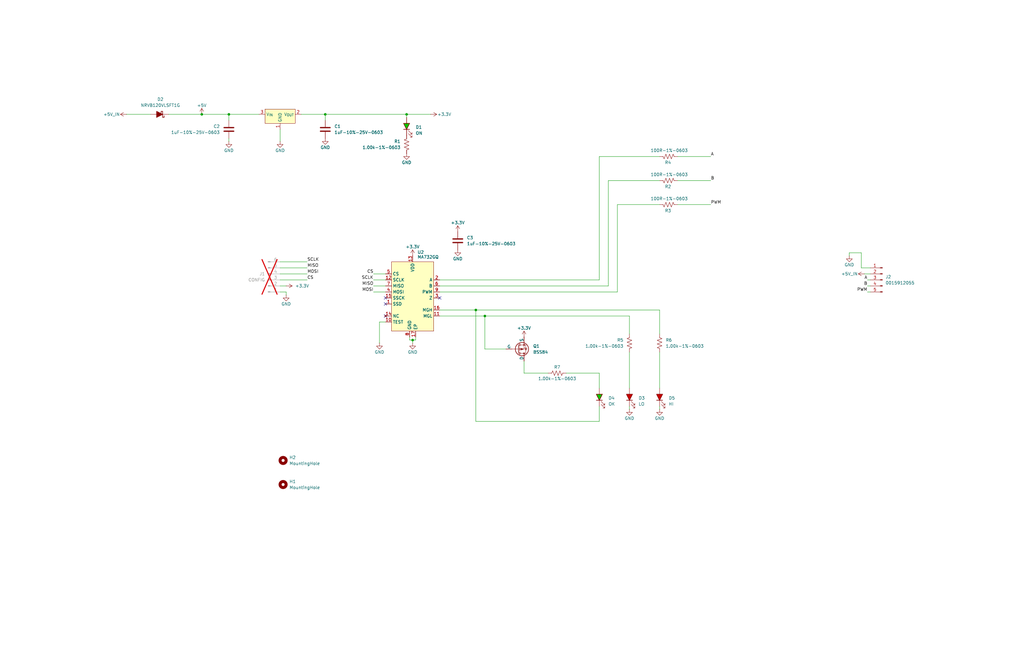
<source format=kicad_sch>
(kicad_sch (version 20231120) (generator "eeschema") (generator_version "8.0")
  (paper "B")
  (title_block (title "Mag Encoder") (date "2024-08-25") (rev "1") (company "971 SPARTAN ROBOTICS"))
  (lib_symbols
    (symbol "Connector:Conn_01x05_Pin" (pin_names (offset 1.016) hide)
      (property "Reference" "J" (at 0 7.62 0))
      (property "Value" "Conn_01x05_Pin" (at 0 -7.62 0))
      (symbol "Conn_01x05_Pin_1_1"
        (polyline (pts (xy 1.27 -5.08) (xy 0.8636 -5.08)) (stroke (width 0.1524)))
        (polyline (pts (xy 1.27 -2.54) (xy 0.8636 -2.54)) (stroke (width 0.1524)))
        (polyline (pts (xy 1.27 0) (xy 0.8636 0)) (stroke (width 0.1524)))
        (polyline (pts (xy 1.27 2.54) (xy 0.8636 2.54)) (stroke (width 0.1524)))
        (polyline (pts (xy 1.27 5.08) (xy 0.8636 5.08)) (stroke (width 0.1524)))
        (rectangle (start 0.8636 -4.953) (end 0 -5.207) (stroke (width 0.1524)) (fill (type outline)))
        (rectangle (start 0.8636 -2.413) (end 0 -2.667) (stroke (width 0.1524)) (fill (type outline)))
        (rectangle (start 0.8636 0.127) (end 0 -0.127) (stroke (width 0.1524)) (fill (type outline)))
        (rectangle (start 0.8636 2.667) (end 0 2.413) (stroke (width 0.1524)) (fill (type outline)))
        (rectangle (start 0.8636 5.207) (end 0 4.953) (stroke (width 0.1524)) (fill (type outline)))
        (pin passive line (at 5.08 5.08 180) (length 3.81) (name "Pin_1") (number "1"))
        (pin passive line (at 5.08 2.54 180) (length 3.81) (name "Pin_2") (number "2"))
        (pin passive line (at 5.08 0 180) (length 3.81) (name "Pin_3") (number "3"))
        (pin passive line (at 5.08 -2.54 180) (length 3.81) (name "Pin_4") (number "4"))
        (pin passive line (at 5.08 -5.08 180) (length 3.81) (name "Pin_5") (number "5"))
      )
    )
    (symbol "Connector:Conn_01x06_Pin" (pin_names (offset 1.016) hide)
      (property "Reference" "J" (at 0 7.62 0))
      (property "Value" "Conn_01x06_Pin" (at 0 -10.16 0))
      (symbol "Conn_01x06_Pin_1_1"
        (polyline (pts (xy 1.27 -7.62) (xy 0.8636 -7.62)) (stroke (width 0.1524)))
        (polyline (pts (xy 1.27 -5.08) (xy 0.8636 -5.08)) (stroke (width 0.1524)))
        (polyline (pts (xy 1.27 -2.54) (xy 0.8636 -2.54)) (stroke (width 0.1524)))
        (polyline (pts (xy 1.27 0) (xy 0.8636 0)) (stroke (width 0.1524)))
        (polyline (pts (xy 1.27 2.54) (xy 0.8636 2.54)) (stroke (width 0.1524)))
        (polyline (pts (xy 1.27 5.08) (xy 0.8636 5.08)) (stroke (width 0.1524)))
        (rectangle (start 0.8636 -7.493) (end 0 -7.747) (stroke (width 0.1524)) (fill (type outline)))
        (rectangle (start 0.8636 -4.953) (end 0 -5.207) (stroke (width 0.1524)) (fill (type outline)))
        (rectangle (start 0.8636 -2.413) (end 0 -2.667) (stroke (width 0.1524)) (fill (type outline)))
        (rectangle (start 0.8636 0.127) (end 0 -0.127) (stroke (width 0.1524)) (fill (type outline)))
        (rectangle (start 0.8636 2.667) (end 0 2.413) (stroke (width 0.1524)) (fill (type outline)))
        (rectangle (start 0.8636 5.207) (end 0 4.953) (stroke (width 0.1524)) (fill (type outline)))
        (pin passive line (at 5.08 5.08 180) (length 3.81) (name "Pin_1") (number "1"))
        (pin passive line (at 5.08 2.54 180) (length 3.81) (name "Pin_2") (number "2"))
        (pin passive line (at 5.08 0 180) (length 3.81) (name "Pin_3") (number "3"))
        (pin passive line (at 5.08 -2.54 180) (length 3.81) (name "Pin_4") (number "4"))
        (pin passive line (at 5.08 -5.08 180) (length 3.81) (name "Pin_5") (number "5"))
        (pin passive line (at 5.08 -7.62 180) (length 3.81) (name "Pin_6") (number "6"))
      )
    )
    (symbol "Device:C" (pin_numbers hide) (pin_names (offset 0.254))
      (property "Reference" "C" (at 0.635 2.54 0))
      (property "Value" "C" (at 0.635 -2.54 0))
      (symbol "C_0_1"
        (polyline (pts (xy -2.032 -0.762) (xy 2.032 -0.762)) (stroke (width 0.508)))
        (polyline (pts (xy -2.032 0.762) (xy 2.032 0.762)) (stroke (width 0.508)))
      )
      (symbol "C_1_1"
        (pin passive line (at 0 3.81 270) (length 2.794) (name "~") (number "1"))
        (pin passive line (at 0 -3.81 90) (length 2.794) (name "~") (number "2"))
      )
    )
    (symbol "Device:D_Schottky" (pin_numbers hide) (pin_names (offset 1.016) hide)
      (property "Reference" "D4" (at -0.3175 -6.35 0))
      (property "Value" "D_Schottky" (at -0.3175 -3.81 0))
      (symbol "D_Schottky_0_1"
        (polyline (pts (xy -1.905 0.635) (xy -1.905 1.27) (xy -1.27 1.27) (xy -1.27 -1.27) (xy -0.635 -1.27) (xy -0.635 -0.635)) (stroke (width 0.254)))
      )
      (symbol "D_Schottky_1_1"
        (polyline (pts (xy 1.27 1.27) (xy 1.27 -1.27) (xy -1.27 0) (xy 1.27 1.27)) (stroke (width 0.254)) (fill (type outline)))
        (pin passive line (at -3.81 0 0) (length 2.54) (name "K") (number "1"))
        (pin passive line (at 3.81 0 180) (length 2.54) (name "A") (number "2"))
      )
    )
    (symbol "Device:LED" (pin_numbers hide) (pin_names (offset 1.016) hide)
      (property "Reference" "D1" (at -0.3174 -3.81 90))
      (property "Value" "LED" (at -2.8574 -3.81 90))
      (symbol "LED_0_1"
        (polyline (pts (xy -1.27 -1.27) (xy -1.27 1.27)) (stroke (width 0.254)))
        (polyline (pts (xy -3.048 -0.762) (xy -4.572 -2.286) (xy -3.81 -2.286) (xy -4.572 -2.286) (xy -4.572 -1.524)))
        (polyline (pts (xy -1.778 -0.762) (xy -3.302 -2.286) (xy -2.54 -2.286) (xy -3.302 -2.286) (xy -3.302 -1.524)))
      )
      (symbol "LED_1_1"
        (polyline (pts (xy 1.27 -1.27) (xy 1.27 1.27) (xy -1.27 0) (xy 1.27 -1.27)) (stroke (width 0.254)) (fill (type color) (color 0 194 0 1)))
        (pin passive line (at -3.81 0 0) (length 2.54) (name "K") (number "1"))
        (pin passive line (at 3.81 0 180) (length 2.54) (name "A") (number "2"))
      )
    )
    (symbol "Device:R_US" (pin_numbers hide) (pin_names (offset 0))
      (property "Reference" "R" (at 2.54 0 90))
      (property "Value" "R_US" (at -2.54 0 90))
      (symbol "R_US_0_1"
        (polyline (pts (xy 0 -2.286) (xy 0 -2.54)))
        (polyline (pts (xy 0 2.286) (xy 0 2.54)))
        (polyline (pts (xy 0 -0.762) (xy 1.016 -1.143) (xy 0 -1.524) (xy -1.016 -1.905) (xy 0 -2.286)))
        (polyline (pts (xy 0 0.762) (xy 1.016 0.381) (xy 0 0) (xy -1.016 -0.381) (xy 0 -0.762)))
        (polyline (pts (xy 0 2.286) (xy 1.016 1.905) (xy 0 1.524) (xy -1.016 1.143) (xy 0 0.762)))
      )
      (symbol "R_US_1_1"
        (pin passive line (at 0 3.81 270) (length 1.27) (name "~") (number "1"))
        (pin passive line (at 0 -3.81 90) (length 1.27) (name "~") (number "2"))
      )
    )
    (symbol "LED_1" (pin_numbers hide) (pin_names (offset 1.016) hide)
      (property "Reference" "D2" (at -0.3174 -3.81 90))
      (property "Value" "LOW" (at -2.8574 -3.81 90))
      (symbol "LED_1_0_1"
        (polyline (pts (xy -1.27 -1.27) (xy -1.27 1.27)) (stroke (width 0.254)))
        (polyline (pts (xy -3.048 -0.762) (xy -4.572 -2.286) (xy -3.81 -2.286) (xy -4.572 -2.286) (xy -4.572 -1.524)))
        (polyline (pts (xy -1.778 -0.762) (xy -3.302 -2.286) (xy -2.54 -2.286) (xy -3.302 -2.286) (xy -3.302 -1.524)))
      )
      (symbol "LED_1_1_1"
        (polyline (pts (xy 1.27 -1.27) (xy 1.27 1.27) (xy -1.27 0) (xy 1.27 -1.27)) (stroke (width 0.254)) (fill (type color) (color 194 0 0 1)))
        (pin passive line (at -3.81 0 0) (length 2.54) (name "K") (number "1"))
        (pin passive line (at 3.81 0 180) (length 2.54) (name "A") (number "2"))
      )
    )
    (symbol "LED_2" (pin_numbers hide) (pin_names (offset 1.016) hide)
      (property "Reference" "D4" (at -0.3174 -3.81 90))
      (property "Value" "HIGH" (at -2.8574 -3.81 90))
      (symbol "LED_2_0_1"
        (polyline (pts (xy -1.27 -1.27) (xy -1.27 1.27)) (stroke (width 0.254)))
        (polyline (pts (xy -3.048 -0.762) (xy -4.572 -2.286) (xy -3.81 -2.286) (xy -4.572 -2.286) (xy -4.572 -1.524)))
        (polyline (pts (xy -1.778 -0.762) (xy -3.302 -2.286) (xy -2.54 -2.286) (xy -3.302 -2.286) (xy -3.302 -1.524)))
      )
      (symbol "LED_2_1_1"
        (polyline (pts (xy 1.27 -1.27) (xy 1.27 1.27) (xy -1.27 0) (xy 1.27 -1.27)) (stroke (width 0.254)) (fill (type color) (color 194 0 0 1)))
        (pin passive line (at -3.81 0 0) (length 2.54) (name "K") (number "1"))
        (pin passive line (at 3.81 0 180) (length 2.54) (name "A") (number "2"))
      )
    )
    (symbol "Mechanical:MountingHole" (pin_names (offset 1.016)) (exclude_from_sim yes) (in_bom no)
      (property "Reference" "H" (at 0 5.08 0))
      (property "Value" "MountingHole" (at 0 3.175 0))
      (symbol "MountingHole_0_1"
        (circle (center 0 0) (radius 1.27) (stroke (width 1.27)))
      )
    )
    (symbol "Simulation_SPICE:PMOS" (pin_numbers hide) (pin_names (offset 0))
      (property "Reference" "Q1" (at 6.35 -1.2701 0))
      (property "Value" "NTA4151PT1G" (at 6.35 1.2699 0))
      (symbol "PMOS_0_1"
        (polyline (pts (xy 0.254 0) (xy -2.54 0)))
        (polyline (pts (xy 0.254 1.905) (xy 0.254 -1.905)) (stroke (width 0.254)))
        (polyline (pts (xy 0.762 -1.27) (xy 0.762 -2.286)) (stroke (width 0.254)))
        (polyline (pts (xy 0.762 0.508) (xy 0.762 -0.508)) (stroke (width 0.254)))
        (polyline (pts (xy 0.762 2.286) (xy 0.762 1.27)) (stroke (width 0.254)))
        (polyline (pts (xy 2.54 2.54) (xy 2.54 1.778)))
        (polyline (pts (xy 2.54 -2.54) (xy 2.54 0) (xy 0.762 0)))
        (polyline (pts (xy 0.762 1.778) (xy 3.302 1.778) (xy 3.302 -1.778) (xy 0.762 -1.778)))
        (polyline (pts (xy 2.286 0) (xy 1.27 0.381) (xy 1.27 -0.381) (xy 2.286 0)) (fill (type outline)))
        (polyline (pts (xy 2.794 -0.508) (xy 2.921 -0.381) (xy 3.683 -0.381) (xy 3.81 -0.254)))
        (polyline (pts (xy 3.302 -0.381) (xy 2.921 0.254) (xy 3.683 0.254) (xy 3.302 -0.381)))
        (circle (center 1.651 0) (radius 2.794) (stroke (width 0.254)))
        (circle (center 2.54 -1.778) (radius 0.254) (fill (type outline)))
        (circle (center 2.54 1.778) (radius 0.254) (fill (type outline)))
      )
      (symbol "PMOS_1_1"
        (pin input line (at -5.08 0 0) (length 2.54) (name "G") (number "1"))
        (pin passive line (at 2.54 -5.08 90) (length 2.54) (name "S") (number "2"))
        (pin passive line (at 2.54 5.08 270) (length 2.54) (name "D") (number "3"))
      )
    )
    (symbol "mag-encoder:AP2120N-3.3TRG1"
      (symbol "AP2120N-3.3TRG1_1_1"
        (rectangle (start -6.35 -0.3175) (end 6.35 -6.35) (fill (type background)))
        (pin passive line (at 0 -8.89 90) (length 2.54) (name "GND") (number "1"))
        (pin power_out line (at 8.89 -2.54 180) (length 2.54) (name "V_{OUT}") (number "2"))
        (pin power_in line (at -8.89 -2.54 0) (length 2.54) (name "V_{IN}") (number "3"))
      )
    )
    (symbol "mag-encoder:MA732GQ"
      (property "Reference" "U1" (at 2.032 5.334 0))
      (property "Value" "MA732GQ" (at 2.032 3.302 0))
      (symbol "MA732GQ_1_1"
        (rectangle (start -8.89 1.27) (end 8.89 -27.94) (fill (type background)))
        (pin output line (at -11.43 -16.51 0) (length 2.54) (name "SSD") (number "1"))
        (pin input line (at -11.43 -24.13 0) (length 2.54) (name "TEST") (number "10"))
        (pin output line (at 11.43 -21.59 180) (length 2.54) (name "MGL") (number "11"))
        (pin input line (at -11.43 -6.35 0) (length 2.54) (name "SCLK") (number "12"))
        (pin power_in line (at 0 3.81 270) (length 2.54) (name "VDD") (number "13"))
        (pin no_connect line (at -11.43 -21.59 0) (length 2.54) (name "NC") (number "14"))
        (pin input line (at -11.43 -13.97 0) (length 2.54) (name "SSCK") (number "15"))
        (pin output line (at 11.43 -19.05 180) (length 2.54) (name "MGH") (number "16"))
        (pin passive line (at 1.27 -30.48 90) (length 2.54) (name "EP") (number "17"))
        (pin output line (at 11.43 -6.35 180) (length 2.54) (name "A") (number "2"))
        (pin output line (at 11.43 -13.97 180) (length 2.54) (name "Z") (number "3"))
        (pin input line (at -11.43 -11.43 0) (length 2.54) (name "MOSI") (number "4"))
        (pin input line (at -11.43 -3.81 0) (length 2.54) (name "CS") (number "5"))
        (pin output line (at 11.43 -8.89 180) (length 2.54) (name "B") (number "6"))
        (pin input line (at -11.43 -8.89 0) (length 2.54) (name "MISO") (number "7"))
        (pin passive line (at -1.27 -30.48 90) (length 2.54) (name "GND") (number "8"))
        (pin output line (at 11.43 -11.43 180) (length 2.54) (name "PWM") (number "9"))
      )
    )
    (symbol "power:+3.3V" (power) (pin_numbers hide) (pin_names (offset 0) hide)
      (property "Value" "+3.3V" (at 0 3.556 0))
      (symbol "+3.3V_0_1"
        (polyline (pts (xy -0.762 1.27) (xy 0 2.54)))
        (polyline (pts (xy 0 0) (xy 0 2.54)))
        (polyline (pts (xy 0 2.54) (xy 0.762 1.27)))
      )
      (symbol "+3.3V_1_1"
        (pin power_in line (at 0 0 90) (length 0) (name "~") (number "1"))
      )
    )
    (symbol "power:+5V" (power) (pin_numbers hide) (pin_names (offset 0) hide)
      (property "Value" "+5V" (at 0 3.556 0))
      (symbol "+5V_0_1"
        (polyline (pts (xy -0.762 1.27) (xy 0 2.54)))
        (polyline (pts (xy 0 0) (xy 0 2.54)))
        (polyline (pts (xy 0 2.54) (xy 0.762 1.27)))
      )
      (symbol "+5V_1_1"
        (pin power_in line (at 0 0 90) (length 0) (name "~") (number "1"))
      )
    )
    (symbol "power:GND" (power) (pin_numbers hide) (pin_names (offset 0) hide)
      (property "Value" "GND" (at 0 -3.81 0))
      (symbol "GND_0_1"
        (polyline (pts (xy 0 0) (xy 0 -1.27) (xy 1.27 -1.27) (xy 0 -2.54) (xy -1.27 -1.27) (xy 0 -1.27)))
      )
      (symbol "GND_1_1"
        (pin power_in line (at 0 0 270) (length 0) (name "~") (number "1"))
      )
    )
  )
  (junction (at 204.47 133.35))
  (junction (at 200.66 130.81))
  (junction (at 85.09 48.26))
  (junction (at 137.16 48.26))
  (junction (at 96.52 48.26))
  (junction (at 173.99 143.51))
  (junction (at 171.45 48.26))
  (no_connect (at 185.42 125.73))
  (no_connect (at 162.56 128.27))
  (no_connect (at 162.56 133.35))
  (no_connect (at 162.56 125.73))
  (wire (pts (xy 127 48.26) (xy 137.16 48.26)))
  (wire (pts (xy 137.16 48.26) (xy 137.16 50.8)))
  (wire (pts (xy 238.76 157.48) (xy 252.73 157.48)))
  (wire (pts (xy 157.48 120.65) (xy 162.56 120.65)))
  (wire (pts (xy 175.26 143.51) (xy 173.99 143.51)))
  (wire (pts (xy 118.11 118.11) (xy 129.54 118.11)))
  (wire (pts (xy 85.09 48.26) (xy 96.52 48.26)))
  (wire (pts (xy 256.54 120.65) (xy 256.54 76.2)))
  (wire (pts (xy 200.66 130.81) (xy 278.13 130.81)))
  (wire (pts (xy 53.34 48.26) (xy 63.5 48.26)))
  (wire (pts (xy 252.73 177.8) (xy 200.66 177.8)))
  (wire (pts (xy 265.43 148.59) (xy 265.43 163.83)))
  (wire (pts (xy 252.73 66.04) (xy 278.13 66.04)))
  (wire (pts (xy 213.36 147.32) (xy 204.47 147.32)))
  (wire (pts (xy 118.11 113.03) (xy 129.54 113.03)))
  (wire (pts (xy 285.75 86.36) (xy 299.72 86.36)))
  (wire (pts (xy 365.76 118.11) (xy 367.03 118.11)))
  (wire (pts (xy 204.47 147.32) (xy 204.47 133.35)))
  (wire (pts (xy 265.43 171.45) (xy 265.43 172.72)))
  (wire (pts (xy 172.72 142.24) (xy 172.72 143.51)))
  (wire (pts (xy 363.22 106.68) (xy 358.14 106.68)))
  (wire (pts (xy 252.73 118.11) (xy 252.73 66.04)))
  (wire (pts (xy 358.14 106.68) (xy 358.14 107.95)))
  (wire (pts (xy 285.75 76.2) (xy 299.72 76.2)))
  (wire (pts (xy 173.99 143.51) (xy 173.99 144.78)))
  (wire (pts (xy 181.61 48.26) (xy 171.45 48.26)))
  (wire (pts (xy 160.02 135.89) (xy 160.02 144.78)))
  (wire (pts (xy 278.13 148.59) (xy 278.13 163.83)))
  (wire (pts (xy 256.54 76.2) (xy 278.13 76.2)))
  (wire (pts (xy 220.98 157.48) (xy 220.98 152.4)))
  (wire (pts (xy 71.12 48.26) (xy 85.09 48.26)))
  (wire (pts (xy 157.48 118.11) (xy 162.56 118.11)))
  (wire (pts (xy 204.47 133.35) (xy 265.43 133.35)))
  (wire (pts (xy 175.26 142.24) (xy 175.26 143.51)))
  (wire (pts (xy 118.11 110.49) (xy 129.54 110.49)))
  (wire (pts (xy 118.11 54.61) (xy 118.11 59.69)))
  (wire (pts (xy 278.13 130.81) (xy 278.13 140.97)))
  (wire (pts (xy 265.43 133.35) (xy 265.43 140.97)))
  (wire (pts (xy 96.52 59.69) (xy 96.52 58.42)))
  (wire (pts (xy 118.11 120.65) (xy 120.65 120.65)))
  (wire (pts (xy 363.22 113.03) (xy 363.22 106.68)))
  (wire (pts (xy 96.52 48.26) (xy 109.22 48.26)))
  (wire (pts (xy 120.65 124.46) (xy 120.65 123.19)))
  (wire (pts (xy 220.98 157.48) (xy 231.14 157.48)))
  (wire (pts (xy 185.42 130.81) (xy 200.66 130.81)))
  (wire (pts (xy 185.42 118.11) (xy 252.73 118.11)))
  (wire (pts (xy 367.03 113.03) (xy 363.22 113.03)))
  (wire (pts (xy 260.35 123.19) (xy 260.35 86.36)))
  (wire (pts (xy 200.66 130.81) (xy 200.66 177.8)))
  (wire (pts (xy 173.99 143.51) (xy 172.72 143.51)))
  (wire (pts (xy 185.42 133.35) (xy 204.47 133.35)))
  (wire (pts (xy 120.65 123.19) (xy 118.11 123.19)))
  (wire (pts (xy 260.35 86.36) (xy 278.13 86.36)))
  (wire (pts (xy 157.48 115.57) (xy 162.56 115.57)))
  (wire (pts (xy 162.56 135.89) (xy 160.02 135.89)))
  (wire (pts (xy 137.16 48.26) (xy 171.45 48.26)))
  (wire (pts (xy 285.75 66.04) (xy 299.72 66.04)))
  (wire (pts (xy 278.13 171.45) (xy 278.13 172.72)))
  (wire (pts (xy 185.42 120.65) (xy 256.54 120.65)))
  (wire (pts (xy 96.52 48.26) (xy 96.52 50.8)))
  (wire (pts (xy 252.73 177.8) (xy 252.73 171.45)))
  (wire (pts (xy 365.76 120.65) (xy 367.03 120.65)))
  (wire (pts (xy 157.48 123.19) (xy 162.56 123.19)))
  (wire (pts (xy 252.73 157.48) (xy 252.73 163.83)))
  (wire (pts (xy 365.76 123.19) (xy 367.03 123.19)))
  (wire (pts (xy 118.11 115.57) (xy 129.54 115.57)))
  (wire (pts (xy 171.45 49.53) (xy 171.45 48.26)))
  (wire (pts (xy 185.42 123.19) (xy 260.35 123.19)))
  (wire (pts (xy 364.49 115.57) (xy 367.03 115.57)))
  (label "PWM" (at 365.76 123.19 180))
  (label "SCLK" (at 157.48 118.11 180))
  (label "MISO" (at 129.54 113.03 0))
  (label "MOSI" (at 129.54 115.57 0))
  (label "B" (at 365.76 120.65 180))
  (label "MOSI" (at 157.48 123.19 180))
  (label "A" (at 299.72 66.04 0))
  (label "PWM" (at 299.72 86.36 0))
  (label "B" (at 299.72 76.2 0))
  (label "SCLK" (at 129.54 110.49 0))
  (label "CS" (at 129.54 118.11 0))
  (label "CS" (at 157.48 115.57 180))
  (label "MISO" (at 157.48 120.65 180))
  (label "A" (at 365.76 118.11 180))
  (symbol (lib_id "power:GND") (at 278.13 172.72 0) (unit 1)
    (property "Reference" "#PWR08" (effects (hide yes)))
    (property "Value" "GND" (at 278.13 176.53 0))
    (property "Description" "Power symbol creates a global label with name \"GND\" , ground" (effects (hide yes)))
  )
  (symbol (lib_name "LED_1") (lib_id "Device:LED") (at 265.43 167.64 90) (unit 1)
    (property "Reference" "D3" (at 269.24 167.9574 90) (effects (justify right)))
    (property "Value" "LO" (at 269.24 170.4974 90) (effects (justify right)))
    (property "Footprint" "LED_SMD:LED_0603_1608Metric" (effects (hide yes)))
    (property "Datasheet" "Components/Wurth-150060RS75000.pdf" (effects (hide yes)))
    (property "Description" "Light emitting diode" (effects (hide yes)))
    (property "DIST" "Digikey" (effects (hide yes)))
    (property "DIST P/N" "732-4978-1-ND" (effects (hide yes)))
    (property "MFG" "Wurth Electronik" (effects (hide yes)))
    (property "MFG P/N" "150060RS75000" (effects (hide yes)))
  )
  (symbol (lib_id "Device:R_US") (at 278.13 144.78 0) (unit 1)
    (property "Reference" "R6" (at 280.67 143.5099 0) (effects (justify left)))
    (property "Value" "1.00k-1%-0603" (at 280.67 146.0499 0) (effects (justify left)))
    (property "Footprint" "Resistor_SMD:R_0603_1608Metric" (effects (hide yes)))
    (property "Description" "Resistor, US symbol" (effects (hide yes)))
    (property "DIST" "Digikey" (effects (hide yes)))
    (property "DIST P/N" "311-1.00KHRCT-ND" (effects (hide yes)))
    (property "MFG" "YAGEO" (effects (hide yes)))
    (property "MFG P/N" "RC0603FR-071KL" (effects (hide yes)))
  )
  (symbol (lib_name "LED_2") (lib_id "Device:LED") (at 278.13 167.64 90) (unit 1)
    (property "Reference" "D5" (at 281.94 167.9574 90) (effects (justify right)))
    (property "Value" "HI" (at 281.94 170.4974 90) (effects (justify right)))
    (property "Footprint" "LED_SMD:LED_0603_1608Metric" (effects (hide yes)))
    (property "Datasheet" "Components/Wurth-150060RS75000.pdf" (effects (hide yes)))
    (property "Description" "Light emitting diode" (effects (hide yes)))
    (property "DIST" "Digikey" (effects (hide yes)))
    (property "DIST P/N" "732-4978-1-ND" (effects (hide yes)))
    (property "MFG" "Wurth Electronik" (effects (hide yes)))
    (property "MFG P/N" "150060RS75000" (effects (hide yes)))
  )
  (symbol (lib_id "power:GND") (at 160.02 144.78 0) (unit 1)
    (property "Reference" "#PWR02" (effects (hide yes)))
    (property "Value" "GND" (at 160.02 148.59 0))
    (property "Description" "Power symbol creates a global label with name \"GND\" , ground" (effects (hide yes)))
  )
  (symbol (lib_id "Device:R_US") (at 234.95 157.48 90) (unit 1)
    (property "Reference" "R7" (at 234.95 154.94 90))
    (property "Value" "1.00k-1%-0603" (at 234.95 159.766 90))
    (property "Footprint" "Resistor_SMD:R_0603_1608Metric" (effects (hide yes)))
    (property "Description" "Resistor, US symbol" (effects (hide yes)))
    (property "DIST" "Digikey" (effects (hide yes)))
    (property "DIST P/N" "311-1.00KHRCT-ND" (effects (hide yes)))
    (property "MFG" "YAGEO" (effects (hide yes)))
    (property "MFG P/N" "RC0603FR-071KL" (effects (hide yes)))
  )
  (symbol (lib_id "Device:R_US") (at 281.94 76.2 90) (mirror x) (unit 1)
    (property "Reference" "R2" (at 281.686 78.74 90))
    (property "Value" "100R-1%-0603" (at 282.194 73.66 90))
    (property "Footprint" "Resistor_SMD:R_0603_1608Metric" (effects (hide yes)))
    (property "Description" "Resistor, US symbol" (effects (hide yes)))
    (property "DIST" "Digikey" (effects (hide yes)))
    (property "DIST P/N" "311-100HRCT-ND" (effects (hide yes)))
    (property "MFG" "YAGEO" (effects (hide yes)))
    (property "MFG P/N" "RC0603FR-07100RL" (effects (hide yes)))
  )
  (symbol (lib_id "power:+3.3V") (at 193.04 97.79 0) (unit 1)
    (property "Reference" "#PWR026" (effects (hide yes)))
    (property "Value" "+3.3V" (at 193.04 93.98 0))
    (property "Description" "Power symbol creates a global label with name \"+3.3V\"" (effects (hide yes)))
  )
  (symbol (lib_id "power:+5V") (at 53.34 48.26 90) (mirror x) (unit 1)
    (property "Reference" "#PWR022" (effects (hide yes)))
    (property "Value" "+5V_IN" (at 50.546 48.26 90) (effects (justify left)))
    (property "Description" "Power symbol creates a global label with name \"+5V\"" (effects (hide yes)))
  )
  (symbol (lib_id "power:GND") (at 96.52 59.69 0) (mirror y) (unit 1)
    (property "Reference" "#PWR014" (effects (hide yes)))
    (property "Value" "GND" (at 96.52 63.5 0))
    (property "Description" "Power symbol creates a global label with name \"GND\" , ground" (effects (hide yes)))
  )
  (symbol (lib_id "Device:D_Schottky") (at 67.31 48.26 180) (unit 1)
    (property "Reference" "D2" (at 67.6275 41.91 0))
    (property "Value" "NRVB120VLSFT1G" (at 67.6275 44.45 0))
    (property "Footprint" "Diode_SMD:D_SOD-123F" (effects (hide yes)))
    (property "Datasheet" "Components/onsemi-MBR120VLSF.pdf" (effects (hide yes)))
    (property "Description" "Diode Schottky 20 V 1A Surface Mount SOD-123FL" (effects (hide yes)))
    (property "MFG" "onsemi" (effects (hide yes)))
    (property "MFG P/N" "NRVB120VLSFT1G" (effects (hide yes)))
    (property "DIST" "Digikey" (effects (hide yes)))
    (property "DIST P/N" "NRVB120VLSFT1GOSCT-ND" (effects (hide yes)))
  )
  (symbol (lib_id "power:GND") (at 193.04 105.41 0) (unit 1)
    (property "Reference" "#PWR027" (effects (hide yes)))
    (property "Value" "GND" (at 193.04 109.22 0))
    (property "Description" "Power symbol creates a global label with name \"GND\" , ground" (effects (hide yes)))
  )
  (symbol (lib_id "power:+5V") (at 85.09 48.26 0) (unit 1)
    (property "Reference" "#PWR013" (effects (hide yes)))
    (property "Value" "+5V" (at 85.09 45.212 0) (effects (justify bottom)))
    (property "Description" "Power symbol creates a global label with name \"+5V\"" (effects (hide yes)))
  )
  (symbol (lib_id "Mechanical:MountingHole") (at 119.38 204.47 0) (unit 1) (exclude_from_sim yes) (in_bom no)
    (property "Reference" "H1" (at 121.9986 203.1999 0) (effects (justify left)))
    (property "Value" "MountingHole" (at 121.9986 205.7399 0) (effects (justify left)))
    (property "Footprint" "mag-encoder:pin-0.100" (effects (hide yes)))
    (property "Description" "Mounting Hole without connection" (effects (hide yes)))
  )
  (symbol (lib_id "Connector:Conn_01x06_Pin") (at 113.03 118.11 0) (mirror x) (unit 1) (in_bom no) (dnp yes)
    (property "Reference" "J1" (at 111.76 115.5699 0) (effects (justify right)))
    (property "Value" "CONFIG" (at 111.76 118.1099 0) (effects (justify right)))
    (property "Footprint" "Connector_PinHeader_2.54mm:PinHeader_1x06_P2.54mm_Vertical" (effects (hide yes)))
    (property "Description" "Generic connector, single row, 01x06, script generated" (effects (hide yes)))
  )
  (symbol (lib_id "Device:R_US") (at 281.94 66.04 90) (mirror x) (unit 1)
    (property "Reference" "R4" (at 281.686 68.58 90))
    (property "Value" "100R-1%-0603" (at 282.194 63.5 90))
    (property "Footprint" "Resistor_SMD:R_0603_1608Metric" (effects (hide yes)))
    (property "Description" "Resistor, US symbol" (effects (hide yes)))
    (property "DIST" "Digikey" (effects (hide yes)))
    (property "DIST P/N" "311-100HRCT-ND" (effects (hide yes)))
    (property "MFG" "YAGEO" (effects (hide yes)))
    (property "MFG P/N" "RC0603FR-07100RL" (effects (hide yes)))
  )
  (symbol (lib_id "power:GND") (at 120.65 124.46 0) (unit 1)
    (property "Reference" "#PWR015" (effects (hide yes)))
    (property "Value" "GND" (at 120.65 128.27 0))
    (property "Description" "Power symbol creates a global label with name \"GND\" , ground" (effects (hide yes)))
  )
  (symbol (lib_id "power:GND") (at 137.16 58.42 0) (unit 1)
    (property "Reference" "#PWR016" (effects (hide yes)))
    (property "Value" "GND" (at 137.16 62.23 0))
    (property "Description" "Power symbol creates a global label with name \"GND\" , ground" (effects (hide yes)))
  )
  (symbol (lib_id "power:+5V") (at 364.49 115.57 90) (mirror x) (unit 1)
    (property "Reference" "#PWR010" (effects (hide yes)))
    (property "Value" "+5V_IN" (at 361.696 115.57 90) (effects (justify left)))
    (property "Description" "Power symbol creates a global label with name \"+5V\"" (effects (hide yes)))
  )
  (symbol (lib_id "power:+3.3V") (at 220.98 142.24 0) (unit 1)
    (property "Reference" "#PWR04" (effects (hide yes)))
    (property "Value" "+3.3V" (at 220.98 138.43 0))
    (property "Description" "Power symbol creates a global label with name \"+3.3V\"" (effects (hide yes)))
  )
  (symbol (lib_id "power:+3.3V") (at 173.99 107.95 0) (unit 1)
    (property "Reference" "#PWR03" (effects (hide yes)))
    (property "Value" "+3.3V" (at 173.99 104.14 0))
    (property "Description" "Power symbol creates a global label with name \"+3.3V\"" (effects (hide yes)))
  )
  (symbol (lib_id "power:+3.3V") (at 181.61 48.26 270) (unit 1)
    (property "Reference" "#PWR011" (effects (hide yes)))
    (property "Value" "+3.3V" (at 184.404 48.26 90) (effects (justify left)))
    (property "Description" "Power symbol creates a global label with name \"+3.3V\"" (effects (hide yes)))
  )
  (symbol (lib_id "power:GND") (at 173.99 144.78 0) (unit 1)
    (property "Reference" "#PWR01" (effects (hide yes)))
    (property "Value" "GND" (at 173.99 148.59 0))
    (property "Description" "Power symbol creates a global label with name \"GND\" , ground" (effects (hide yes)))
  )
  (symbol (lib_id "Device:R_US") (at 265.43 144.78 0) (mirror y) (unit 1)
    (property "Reference" "R5" (at 262.89 143.5099 0) (effects (justify left)))
    (property "Value" "1.00k-1%-0603" (at 262.89 146.0499 0) (effects (justify left)))
    (property "Footprint" "Resistor_SMD:R_0603_1608Metric" (effects (hide yes)))
    (property "Description" "Resistor, US symbol" (effects (hide yes)))
    (property "DIST" "Digikey" (effects (hide yes)))
    (property "DIST P/N" "311-1.00KHRCT-ND" (effects (hide yes)))
    (property "MFG" "YAGEO" (effects (hide yes)))
    (property "MFG P/N" "RC0603FR-071KL" (effects (hide yes)))
  )
  (symbol (lib_id "Device:C") (at 96.52 54.61 0) (mirror y) (unit 1)
    (property "Reference" "C2" (at 92.71 53.3399 0) (effects (justify left)))
    (property "Value" "1uF-10%-25V-0603" (at 92.71 55.8799 0) (effects (justify left)))
    (property "Footprint" "Capacitor_SMD:C_0603_1608Metric" (effects (hide yes)))
    (property "Datasheet" "Components/Kyocera-KGM_X7R.pdf" (effects (hide yes)))
    (property "Description" "Unpolarized capacitor" (effects (hide yes)))
    (property "DIST" "Digikey" (effects (hide yes)))
    (property "DIST P/N" "478-10046-1-ND" (effects (hide yes)))
    (property "MFG" "Kyocera" (effects (hide yes)))
    (property "MFG P/N" "06033C105KAT2A" (effects (hide yes)))
  )
  (symbol (lib_id "power:GND") (at 358.14 107.95 0) (unit 1)
    (property "Reference" "#PWR09" (effects (hide yes)))
    (property "Value" "GND" (at 358.14 111.76 0))
    (property "Description" "Power symbol creates a global label with name \"GND\" , ground" (effects (hide yes)))
  )
  (symbol (lib_id "Simulation_SPICE:PMOS") (at 218.44 147.32 0) (mirror x) (unit 1)
    (property "Reference" "Q1" (at 224.79 146.0499 0) (effects (justify left)))
    (property "Value" "BSS84" (at 224.79 148.5899 0) (effects (justify left)))
    (property "Footprint" "Package_TO_SOT_SMD:SOT-23" (effects (hide yes)))
    (property "Datasheet" "Components/onsemi-BSS84-D.PDF" (effects (hide yes)))
    (property "Description" "MOSFET P-CH 50V 130MA SOT23-3" (effects (hide yes)))
    (property "MFG" "onsemi" (effects (hide yes)))
    (property "MFG P/N" "BSS84" (effects (hide yes)))
    (property "DIST" "Digikey" (effects (hide yes)))
    (property "DIST P/N" "BSS84CT-ND" (effects (hide yes)))
  )
  (symbol (lib_id "mag-encoder:AP2120N-3.3TRG1") (at 118.11 45.72 0) (unit 1)
    (property "Reference" "U1" (effects (hide yes)))
    (property "Value" "AP2120N-3.3TRG1" (effects (hide yes)))
    (property "Footprint" "Package_TO_SOT_SMD:SOT-23" (effects (hide yes)))
    (property "Datasheet" "Components/DiodesInc-AP2120.pdf" (effects (hide yes)))
    (property "Description" "Linear Voltage Regulator IC Positive Fixed 1 Output 150mA SOT-23-3" (effects (hide yes)))
    (property "MFG" "Diodes Inc" (effects (hide yes)))
    (property "MFG P/N" "AP2120N-3.3TRG1" (effects (hide yes)))
    (property "DIST" "Digikey" (effects (hide yes)))
    (property "DIST P/N" "AP2120N-3.3TRG1DICT-ND" (effects (hide yes)))
  )
  (symbol (lib_id "Device:R_US") (at 171.45 60.96 0) (mirror y) (unit 1)
    (property "Reference" "R1" (at 168.91 59.6899 0) (effects (justify left)))
    (property "Value" "1.00k-1%-0603" (at 168.91 62.2299 0) (effects (justify left)))
    (property "Footprint" "Resistor_SMD:R_0603_1608Metric" (effects (hide yes)))
    (property "Description" "Resistor, US symbol" (effects (hide yes)))
    (property "DIST" "Digikey" (effects (hide yes)))
    (property "DIST P/N" "311-1.00KHRCT-ND" (effects (hide yes)))
    (property "MFG" "YAGEO" (effects (hide yes)))
    (property "MFG P/N" "RC0603FR-071KL" (effects (hide yes)))
  )
  (symbol (lib_id "Device:C") (at 193.04 101.6 0) (unit 1)
    (property "Reference" "C3" (at 196.85 100.3299 0) (effects (justify left)))
    (property "Value" "1uF-10%-25V-0603" (at 196.85 102.8699 0) (effects (justify left)))
    (property "Footprint" "Capacitor_SMD:C_0603_1608Metric" (effects (hide yes)))
    (property "Datasheet" "Components/Kyocera-KGM_X7R.pdf" (effects (hide yes)))
    (property "Description" "Unpolarized capacitor" (effects (hide yes)))
    (property "DIST" "Digikey" (effects (hide yes)))
    (property "DIST P/N" "478-10046-1-ND" (effects (hide yes)))
    (property "MFG" "Kyocera" (effects (hide yes)))
    (property "MFG P/N" "06033C105KAT2A" (effects (hide yes)))
  )
  (symbol (lib_id "power:GND") (at 265.43 172.72 0) (unit 1)
    (property "Reference" "#PWR07" (effects (hide yes)))
    (property "Value" "GND" (at 265.43 176.53 0))
    (property "Description" "Power symbol creates a global label with name \"GND\" , ground" (effects (hide yes)))
  )
  (symbol (lib_id "Connector:Conn_01x05_Pin") (at 372.11 118.11 0) (mirror y) (unit 1)
    (property "Reference" "J2" (at 373.38 116.8399 0) (effects (justify right)))
    (property "Value" "0015912055" (at 373.38 119.3799 0) (effects (justify right)))
    (property "Footprint" "mag-encoder:Molex-70634-0039" (effects (hide yes)))
    (property "Datasheet" "Components/Molex-015912055_sd.pdf" (effects (hide yes)))
    (property "Description" "Connector Header Surface Mount, Right Angle 5 position 0.100\" (2.54mm)" (effects (hide yes)))
    (property "MFG" "Molex" (effects (hide yes)))
    (property "MFG P/N" "0015912055" (effects (hide yes)))
    (property "DIST" "Digikey" (effects (hide yes)))
    (property "DIST P/N" "WM1343-ND" (effects (hide yes)))
  )
  (symbol (lib_id "power:+3.3V") (at 120.65 120.65 270) (unit 1)
    (property "Reference" "#PWR012" (effects (hide yes)))
    (property "Value" "+3.3V" (at 124.46 120.65 90) (effects (justify left)))
    (property "Description" "Power symbol creates a global label with name \"+3.3V\"" (effects (hide yes)))
  )
  (symbol (lib_id "Device:LED") (at 252.73 167.64 90) (unit 1)
    (property "Reference" "D4" (at 256.54 167.9574 90) (effects (justify right)))
    (property "Value" "OK" (at 256.54 170.4974 90) (effects (justify right)))
    (property "Footprint" "LED_SMD:LED_0603_1608Metric" (effects (hide yes)))
    (property "Datasheet" "Components/Wurth-150060GS75000.pdf" (effects (hide yes)))
    (property "Description" "Light emitting diode" (effects (hide yes)))
    (property "MFG" "Wurth Electronik" (effects (hide yes)))
    (property "MFG P/N" "150060GS75000" (effects (hide yes)))
    (property "DIST" "Digikey" (effects (hide yes)))
    (property "DIST P/N" "732-4971-1-ND" (effects (hide yes)))
  )
  (symbol (lib_id "mag-encoder:MA732GQ") (at 173.99 111.76 0) (unit 1)
    (property "Reference" "U2" (at 176.022 106.426 0) (effects (justify left)))
    (property "Value" "MA732GQ" (at 176.022 108.458 0) (effects (justify left)))
    (property "Footprint" "mag-encoder:QFN-16-1EP_3x3mm_P0.5mm_EP1.7x1.7mm" (effects (hide yes)))
    (property "Datasheet" "Components/MPS-MA732GQ-Z.pdf" (effects (hide yes)))
    (property "Description" "14 bit, digital angle sensor with ABZ & PWM Outputs" (effects (hide yes)))
    (property "MFG" "Monolithic Power Systems" (effects (hide yes)))
    (property "MFG P/N" "MA732GQ-Z" (effects (hide yes)))
    (property "DIST" "Digikey" (effects (hide yes)))
    (property "DIST P/N" "1589-MA732GQ-ZCT-ND" (effects (hide yes)))
  )
  (symbol (lib_id "power:GND") (at 171.45 64.77 0) (unit 1)
    (property "Reference" "#PWR023" (effects (hide yes)))
    (property "Value" "GND" (at 171.45 68.58 0))
    (property "Description" "Power symbol creates a global label with name \"GND\" , ground" (effects (hide yes)))
  )
  (symbol (lib_id "Mechanical:MountingHole") (at 119.38 194.31 0) (unit 1) (exclude_from_sim yes) (in_bom no)
    (property "Reference" "H2" (at 121.9986 193.0399 0) (effects (justify left)))
    (property "Value" "MountingHole" (at 121.9986 195.5799 0) (effects (justify left)))
    (property "Footprint" "mag-encoder:pin-0.100" (effects (hide yes)))
    (property "Description" "Mounting Hole without connection" (effects (hide yes)))
  )
  (symbol (lib_id "Device:LED") (at 171.45 53.34 90) (unit 1)
    (property "Reference" "D1" (at 175.26 53.6574 90) (effects (justify right)))
    (property "Value" "ON" (at 175.26 56.1974 90) (effects (justify right)))
    (property "Footprint" "LED_SMD:LED_0603_1608Metric" (effects (hide yes)))
    (property "Datasheet" "Components/Wurth-150060GS75000.pdf" (effects (hide yes)))
    (property "Description" "Light emitting diode" (effects (hide yes)))
    (property "MFG" "Wurth Electronik" (effects (hide yes)))
    (property "MFG P/N" "150060GS75000" (effects (hide yes)))
    (property "DIST" "Digikey" (effects (hide yes)))
    (property "DIST P/N" "732-4971-1-ND" (effects (hide yes)))
  )
  (symbol (lib_id "Device:C") (at 137.16 54.61 0) (unit 1)
    (property "Reference" "C1" (at 140.97 53.3399 0) (effects (justify left)))
    (property "Value" "1uF-10%-25V-0603" (at 140.97 55.8799 0) (effects (justify left)))
    (property "Footprint" "Capacitor_SMD:C_0603_1608Metric" (effects (hide yes)))
    (property "Datasheet" "Components/Kyocera-KGM_X7R.pdf" (effects (hide yes)))
    (property "Description" "Unpolarized capacitor" (effects (hide yes)))
    (property "DIST" "Digikey" (effects (hide yes)))
    (property "DIST P/N" "478-10046-1-ND" (effects (hide yes)))
    (property "MFG" "Kyocera" (effects (hide yes)))
    (property "MFG P/N" "06033C105KAT2A" (effects (hide yes)))
  )
  (symbol (lib_id "power:GND") (at 118.11 59.69 0) (unit 1)
    (property "Reference" "#PWR021" (effects (hide yes)))
    (property "Value" "GND" (at 118.11 63.5 0))
    (property "Description" "Power symbol creates a global label with name \"GND\" , ground" (effects (hide yes)))
  )
  (symbol (lib_id "Device:R_US") (at 281.94 86.36 90) (mirror x) (unit 1)
    (property "Reference" "R3" (at 281.686 88.9 90))
    (property "Value" "100R-1%-0603" (at 282.194 83.82 90))
    (property "Footprint" "Resistor_SMD:R_0603_1608Metric" (effects (hide yes)))
    (property "Description" "Resistor, US symbol" (effects (hide yes)))
    (property "DIST" "Digikey" (effects (hide yes)))
    (property "DIST P/N" "311-100HRCT-ND" (effects (hide yes)))
    (property "MFG" "YAGEO" (effects (hide yes)))
    (property "MFG P/N" "RC0603FR-07100RL" (effects (hide yes)))
  )
)
</source>
